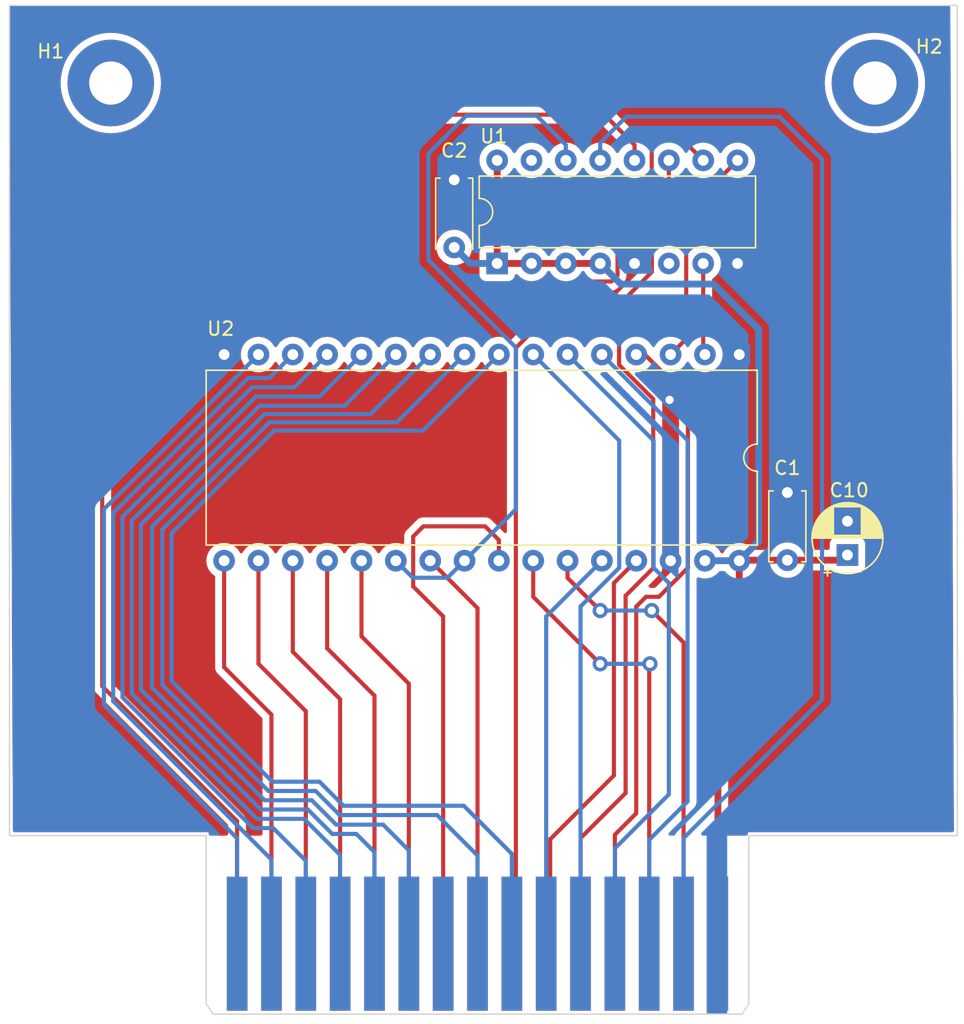
<source format=kicad_pcb>
(kicad_pcb (version 20221018) (generator pcbnew)
  (layers (0 "F.Cu" signal) (31 "B.Cu" signal) (34 "B.Paste" user) (35 "F.Paste" user) (36 "B.SilkS" user "B.Silkscreen") (37 "F.SilkS" user "F.Silkscreen") (38 "B.Mask" user) (39 "F.Mask" user) (44 "Edge.Cuts" user))
  (net 0 "")
  (net 1 "+5V")
  (net 2 "GNDD")
  (net 3 "/D2")
  (net 4 "/~{CS_hC000}")
  (net 5 "/D1")
  (net 6 "/D3")
  (net 7 "/D0")
  (net 8 "/D4")
  (net 9 "/A0")
  (net 10 "/D5")
  (net 11 "/A1")
  (net 12 "/D6")
  (net 13 "/A2")
  (net 14 "/D7")
  (net 15 "GND")
  (net 16 "/A11")
  (net 17 "/A3")
  (net 18 "/A10")
  (net 19 "/A4")
  (net 20 "/~{CS_h8000}")
  (net 21 "/A13")
  (net 22 "/A14")
  (net 23 "/A5")
  (net 24 "/~{CS_hA000}")
  (net 25 "/A6")
  (net 26 "/A12")
  (net 27 "/A7")
  (net 28 "/A9")
  (net 29 "/~{CS_hE000}")
  (net 30 "/A8")
  (net 32 "Net-(U1-S1)")
  (net 33 "Net-(U1-S0)")
  (net 34 "Net-(U1-GS)")
  (footprint "Capacitor_THT:C_Disc_D5.0mm_W2.5mm_P5.00mm" (layer "F.Cu") (at 160.401 96.48 90)
    (fp_text reference "C1" (at 6.818 0 180) (layer "F.SilkS"))
    (fp_text value "C")
    (fp_line (start -0.12 -1.37) (end -0.12 -1.055) (stroke (width 0.12)) (layer "F.SilkS"))
    (fp_line (start -0.12 -1.37) (end 5.12 -1.37) (stroke (width 0.12)) (layer "F.SilkS"))
    (fp_line (start -0.12 1.055) (end -0.12 1.37) (stroke (width 0.12)) (layer "F.SilkS"))
    (fp_line (start -0.12 1.37) (end 5.12 1.37) (stroke (width 0.12)) (layer "F.SilkS"))
    (fp_line (start 5.12 -1.37) (end 5.12 -1.055) (stroke (width 0.12)) (layer "F.SilkS"))
    (fp_line (start 5.12 1.055) (end 5.12 1.37) (stroke (width 0.12)) (layer "F.SilkS"))
    (pad "1" thru_hole circle (at 0 0 90) (size 1.6 1.6) (drill 0.8) (layers "*.Cu" "*.Mask") (net 1 "+5V"))
    (pad "2" thru_hole circle (at 5 0 90) (size 1.6 1.6) (drill 0.8) (layers "*.Cu" "*.Mask") (net 2 "GNDD"))
  )
  (footprint "Capacitor_THT:C_Disc_D5.0mm_W2.5mm_P5.00mm" (layer "F.Cu") (at 135.763 73.366 90)
    (fp_text reference "C2" (at 7.159 0 180) (layer "F.SilkS"))
    (fp_text value "C")
    (fp_line (start -0.12 -1.37) (end -0.12 -1.055) (stroke (width 0.12)) (layer "F.SilkS"))
    (fp_line (start -0.12 -1.37) (end 5.12 -1.37) (stroke (width 0.12)) (layer "F.SilkS"))
    (fp_line (start -0.12 1.055) (end -0.12 1.37) (stroke (width 0.12)) (layer "F.SilkS"))
    (fp_line (start -0.12 1.37) (end 5.12 1.37) (stroke (width 0.12)) (layer "F.SilkS"))
    (fp_line (start 5.12 -1.37) (end 5.12 -1.055) (stroke (width 0.12)) (layer "F.SilkS"))
    (fp_line (start 5.12 1.055) (end 5.12 1.37) (stroke (width 0.12)) (layer "F.SilkS"))
    (pad "1" thru_hole circle (at 0 0 90) (size 1.6 1.6) (drill 0.8) (layers "*.Cu" "*.Mask") (net 1 "+5V"))
    (pad "2" thru_hole circle (at 5 0 90) (size 1.6 1.6) (drill 0.8) (layers "*.Cu" "*.Mask") (net 2 "GNDD"))
  )
  (footprint "MountingHole:MountingHole_3.2mm_M3_Pad" (layer "F.Cu") (at 166.878 61.214)
    (fp_text reference "H2" (at 4.0132 -2.6924) (layer "F.SilkS"))
    (fp_text value "MountingHole")
    (pad "1" thru_hole circle (at 0 0) (size 6.4 6.4) (drill 3.2) (layers "*.Cu" "*.Mask"))
  )
  (footprint "Package_DIP:DIP-16_W7.62mm" (layer "F.Cu") (at 138.938 74.549 90)
    (fp_text reference "U1" (at 9.398 -0.254 180) (layer "F.SilkS"))
    (fp_text value "74LS148")
    (fp_line (start 1.16 -1.33) (end 1.16 19.11) (stroke (width 0.12)) (layer "F.SilkS"))
    (fp_line (start 1.16 19.11) (end 6.46 19.11) (stroke (width 0.12)) (layer "F.SilkS"))
    (fp_line (start 2.81 -1.33) (end 1.16 -1.33) (stroke (width 0.12)) (layer "F.SilkS"))
    (fp_line (start 6.46 -1.33) (end 4.81 -1.33) (stroke (width 0.12)) (layer "F.SilkS"))
    (fp_line (start 6.46 19.11) (end 6.46 -1.33) (stroke (width 0.12)) (layer "F.SilkS"))
    (fp_arc (start 4.81 -1.33) (mid 3.81 -0.33) (end 2.81 -1.33) (stroke (width 0.12)) (layer "F.SilkS"))
    (pad "1" thru_hole rect (at 0 0 90) (size 1.6 1.6) (drill 0.8) (layers "*.Cu" "*.Mask") (net 1 "+5V"))
    (pad "2" thru_hole oval (at 0 2.54 90) (size 1.6 1.6) (drill 0.8) (layers "*.Cu" "*.Mask") (net 1 "+5V"))
    (pad "3" thru_hole oval (at 0 5.08 90) (size 1.6 1.6) (drill 0.8) (layers "*.Cu" "*.Mask") (net 1 "+5V"))
    (pad "4" thru_hole oval (at 0 7.62 90) (size 1.6 1.6) (drill 0.8) (layers "*.Cu" "*.Mask") (net 1 "+5V"))
    (pad "5" thru_hole oval (at 0 10.16 90) (size 1.6 1.6) (drill 0.8) (layers "*.Cu" "*.Mask") (net 2 "GNDD"))
    (pad "6" thru_hole oval (at 0 12.7 90) (size 1.6 1.6) (drill 0.8) (layers "*.Cu" "*.Mask"))
    (pad "7" thru_hole oval (at 0 15.24 90) (size 1.6 1.6) (drill 0.8) (layers "*.Cu" "*.Mask") (net 32 "Net-(U1-S1)"))
    (pad "8" thru_hole oval (at 0 17.78 90) (size 1.6 1.6) (drill 0.8) (layers "*.Cu" "*.Mask") (net 2 "GNDD"))
    (pad "9" thru_hole oval (at 7.62 17.78 90) (size 1.6 1.6) (drill 0.8) (layers "*.Cu" "*.Mask") (net 33 "Net-(U1-S0)"))
    (pad "10" thru_hole oval (at 7.62 15.24 90) (size 1.6 1.6) (drill 0.8) (layers "*.Cu" "*.Mask") (net 20 "/~{CS_h8000}"))
    (pad "11" thru_hole oval (at 7.62 12.7 90) (size 1.6 1.6) (drill 0.8) (layers "*.Cu" "*.Mask") (net 24 "/~{CS_hA000}"))
    (pad "12" thru_hole oval (at 7.62 10.16 90) (size 1.6 1.6) (drill 0.8) (layers "*.Cu" "*.Mask") (net 4 "/~{CS_hC000}"))
    (pad "13" thru_hole oval (at 7.62 7.62 90) (size 1.6 1.6) (drill 0.8) (layers "*.Cu" "*.Mask") (net 29 "/~{CS_hE000}"))
    (pad "14" thru_hole oval (at 7.62 5.08 90) (size 1.6 1.6) (drill 0.8) (layers "*.Cu" "*.Mask") (net 34 "Net-(U1-GS)"))
    (pad "15" thru_hole oval (at 7.62 2.54 90) (size 1.6 1.6) (drill 0.8) (layers "*.Cu" "*.Mask"))
    (pad "16" thru_hole oval (at 7.62 0 90) (size 1.6 1.6) (drill 0.8) (layers "*.Cu" "*.Mask") (net 1 "+5V"))
  )
  (footprint "Package_DIP:DIP-32_W15.24mm" (layer "F.Cu") (at 156.845 81.28 -90)
    (fp_text reference "U2" (at -1.905 38.354) (layer "F.SilkS"))
    (fp_text value "SST39SF010")
    (fp_line (start 1.16 -1.33) (end 1.16 39.43) (stroke (width 0.12)) (layer "F.SilkS"))
    (fp_line (start 1.16 39.43) (end 14.08 39.43) (stroke (width 0.12)) (layer "F.SilkS"))
    (fp_line (start 6.62 -1.33) (end 1.16 -1.33) (stroke (width 0.12)) (layer "F.SilkS"))
    (fp_line (start 14.08 -1.33) (end 8.62 -1.33) (stroke (width 0.12)) (layer "F.SilkS"))
    (fp_line (start 14.08 39.43) (end 14.08 -1.33) (stroke (width 0.12)) (layer "F.SilkS"))
    (fp_arc (start 8.62 -1.33) (mid 7.62 -0.33) (end 6.62 -1.33) (stroke (width 0.12)) (layer "F.SilkS"))
    (pad "1" thru_hole rect (at 0 0 270) (size 1.6 1.6) (drill 0.8) (layers "*.Cu" "*.Mask") (net 2 "GNDD"))
    (pad "2" thru_hole oval (at 0 2.54 270) (size 1.6 1.6) (drill 0.8) (layers "*.Cu" "*.Mask") (net 32 "Net-(U1-S1)"))
    (pad "3" thru_hole oval (at 0 5.08 270) (size 1.6 1.6) (drill 0.8) (layers "*.Cu" "*.Mask") (net 33 "Net-(U1-S0)"))
    (pad "4" thru_hole oval (at 0 7.62 270) (size 1.6 1.6) (drill 0.8) (layers "*.Cu" "*.Mask") (net 26 "/A12"))
    (pad "5" thru_hole oval (at 0 10.16 270) (size 1.6 1.6) (drill 0.8) (layers "*.Cu" "*.Mask") (net 27 "/A7"))
    (pad "6" thru_hole oval (at 0 12.7 270) (size 1.6 1.6) (drill 0.8) (layers "*.Cu" "*.Mask") (net 25 "/A6"))
    (pad "7" thru_hole oval (at 0 15.24 270) (size 1.6 1.6) (drill 0.8) (layers "*.Cu" "*.Mask") (net 23 "/A5"))
    (pad "8" thru_hole oval (at 0 17.78 270) (size 1.6 1.6) (drill 0.8) (layers "*.Cu" "*.Mask") (net 19 "/A4"))
    (pad "9" thru_hole oval (at 0 20.32 270) (size 1.6 1.6) (drill 0.8) (layers "*.Cu" "*.Mask") (net 17 "/A3"))
    (pad "10" thru_hole oval (at 0 22.86 270) (size 1.6 1.6) (drill 0.8) (layers "*.Cu" "*.Mask") (net 13 "/A2"))
    (pad "11" thru_hole oval (at 0 25.4 270) (size 1.6 1.6) (drill 0.8) (layers "*.Cu" "*.Mask") (net 11 "/A1"))
    (pad "12" thru_hole oval (at 0 27.94 270) (size 1.6 1.6) (drill 0.8) (layers "*.Cu" "*.Mask") (net 9 "/A0"))
    (pad "13" thru_hole oval (at 0 30.48 270) (size 1.6 1.6) (drill 0.8) (layers "*.Cu" "*.Mask") (net 7 "/D0"))
    (pad "14" thru_hole oval (at 0 33.02 270) (size 1.6 1.6) (drill 0.8) (layers "*.Cu" "*.Mask") (net 5 "/D1"))
    (pad "15" thru_hole oval (at 0 35.56 270) (size 1.6 1.6) (drill 0.8) (layers "*.Cu" "*.Mask") (net 3 "/D2"))
    (pad "16" thru_hole oval (at 0 38.1 270) (size 1.6 1.6) (drill 0.8) (layers "*.Cu" "*.Mask") (net 2 "GNDD"))
    (pad "17" thru_hole oval (at 15.24 38.1 270) (size 1.6 1.6) (drill 0.8) (layers "*.Cu" "*.Mask") (net 6 "/D3"))
    (pad "18" thru_hole oval (at 15.24 35.56 270) (size 1.6 1.6) (drill 0.8) (layers "*.Cu" "*.Mask") (net 8 "/D4"))
    (pad "19" thru_hole oval (at 15.24 33.02 270) (size 1.6 1.6) (drill 0.8) (layers "*.Cu" "*.Mask") (net 10 "/D5"))
    (pad "20" thru_hole oval (at 15.24 30.48 270) (size 1.6 1.6) (drill 0.8) (layers "*.Cu" "*.Mask") (net 12 "/D6"))
    (pad "21" thru_hole oval (at 15.24 27.94 270) (size 1.6 1.6) (drill 0.8) (layers "*.Cu" "*.Mask") (net 14 "/D7"))
    (pad "22" thru_hole oval (at 15.24 25.4 270) (size 1.6 1.6) (drill 0.8) (layers "*.Cu" "*.Mask") (net 34 "Net-(U1-GS)"))
    (pad "23" thru_hole oval (at 15.24 22.86 270) (size 1.6 1.6) (drill 0.8) (layers "*.Cu" "*.Mask") (net 18 "/A10"))
    (pad "24" thru_hole oval (at 15.24 20.32 270) (size 1.6 1.6) (drill 0.8) (layers "*.Cu" "*.Mask") (net 34 "Net-(U1-GS)"))
    (pad "25" thru_hole oval (at 15.24 17.78 270) (size 1.6 1.6) (drill 0.8) (layers "*.Cu" "*.Mask") (net 16 "/A11"))
    (pad "26" thru_hole oval (at 15.24 15.24 270) (size 1.6 1.6) (drill 0.8) (layers "*.Cu" "*.Mask") (net 28 "/A9"))
    (pad "27" thru_hole oval (at 15.24 12.7 270) (size 1.6 1.6) (drill 0.8) (layers "*.Cu" "*.Mask") (net 30 "/A8"))
    (pad "28" thru_hole oval (at 15.24 10.16 270) (size 1.6 1.6) (drill 0.8) (layers "*.Cu" "*.Mask") (net 21 "/A13"))
    (pad "29" thru_hole oval (at 15.24 7.62 270) (size 1.6 1.6) (drill 0.8) (layers "*.Cu" "*.Mask") (net 22 "/A14"))
    (pad "30" thru_hole oval (at 15.24 5.08 270) (size 1.6 1.6) (drill 0.8) (layers "*.Cu" "*.Mask") (net 2 "GNDD"))
    (pad "31" thru_hole oval (at 15.24 2.54 270) (size 1.6 1.6) (drill 0.8) (layers "*.Cu" "*.Mask") (net 1 "+5V"))
    (pad "32" thru_hole oval (at 15.24 0 270) (size 1.6 1.6) (drill 0.8) (layers "*.Cu" "*.Mask") (net 1 "+5V"))
  )
  (footprint "Capacitor_THT:CP_Radial_D5.0mm_P2.50mm" (layer "F.Cu") (at 164.846 96.099 90)
    (fp_text reference "C10" (at 4.786 0.127 180) (layer "F.SilkS"))
    (fp_text value "C_Polarized")
    (fp_line (start -1.554775 -1.475) (end -1.054775 -1.475) (stroke (width 0.12)) (layer "F.SilkS"))
    (fp_line (start -1.304775 -1.725) (end -1.304775 -1.225) (stroke (width 0.12)) (layer "F.SilkS"))
    (fp_line (start 1.25 -2.58) (end 1.25 2.58) (stroke (width 0.12)) (layer "F.SilkS"))
    (fp_line (start 1.29 -2.58) (end 1.29 2.58) (stroke (width 0.12)) (layer "F.SilkS"))
    (fp_line (start 1.33 -2.579) (end 1.33 2.579) (stroke (width 0.12)) (layer "F.SilkS"))
    (fp_line (start 1.37 -2.578) (end 1.37 2.578) (stroke (width 0.12)) (layer "F.SilkS"))
    (fp_line (start 1.41 -2.576) (end 1.41 2.576) (stroke (width 0.12)) (layer "F.SilkS"))
    (fp_line (start 1.45 -2.573) (end 1.45 2.573) (stroke (width 0.12)) (layer "F.SilkS"))
    (fp_line (start 1.49 -2.569) (end 1.49 -1.04) (stroke (width 0.12)) (layer "F.SilkS"))
    (fp_line (start 1.49 1.04) (end 1.49 2.569) (stroke (width 0.12)) (layer "F.SilkS"))
    (fp_line (start 1.53 -2.565) (end 1.53 -1.04) (stroke (width 0.12)) (layer "F.SilkS"))
    (fp_line (start 1.53 1.04) (end 1.53 2.565) (stroke (width 0.12)) (layer "F.SilkS"))
    (fp_line (start 1.57 -2.561) (end 1.57 -1.04) (stroke (width 0.12)) (layer "F.SilkS"))
    (fp_line (start 1.57 1.04) (end 1.57 2.561) (stroke (width 0.12)) (layer "F.SilkS"))
    (fp_line (start 1.61 -2.556) (end 1.61 -1.04) (stroke (width 0.12)) (layer "F.SilkS"))
    (fp_line (start 1.61 1.04) (end 1.61 2.556) (stroke (width 0.12)) (layer "F.SilkS"))
    (fp_line (start 1.65 -2.55) (end 1.65 -1.04) (stroke (width 0.12)) (layer "F.SilkS"))
    (fp_line (start 1.65 1.04) (end 1.65 2.55) (stroke (width 0.12)) (layer "F.SilkS"))
    (fp_line (start 1.69 -2.543) (end 1.69 -1.04) (stroke (width 0.12)) (layer "F.SilkS"))
    (fp_line (start 1.69 1.04) (end 1.69 2.543) (stroke (width 0.12)) (layer "F.SilkS"))
    (fp_line (start 1.73 -2.536) (end 1.73 -1.04) (stroke (width 0.12)) (layer "F.SilkS"))
    (fp_line (start 1.73 1.04) (end 1.73 2.536) (stroke (width 0.12)) (layer "F.SilkS"))
    (fp_line (start 1.77 -2.528) (end 1.77 -1.04) (stroke (width 0.12)) (layer "F.SilkS"))
    (fp_line (start 1.77 1.04) (end 1.77 2.528) (stroke (width 0.12)) (layer "F.SilkS"))
    (fp_line (start 1.81 -2.52) (end 1.81 -1.04) (stroke (width 0.12)) (layer "F.SilkS"))
    (fp_line (start 1.81 1.04) (end 1.81 2.52) (stroke (width 0.12)) (layer "F.SilkS"))
    (fp_line (start 1.85 -2.511) (end 1.85 -1.04) (stroke (width 0.12)) (layer "F.SilkS"))
    (fp_line (start 1.85 1.04) (end 1.85 2.511) (stroke (width 0.12)) (layer "F.SilkS"))
    (fp_line (start 1.89 -2.501) (end 1.89 -1.04) (stroke (width 0.12)) (layer "F.SilkS"))
    (fp_line (start 1.89 1.04) (end 1.89 2.501) (stroke (width 0.12)) (layer "F.SilkS"))
    (fp_line (start 1.93 -2.491) (end 1.93 -1.04) (stroke (width 0.12)) (layer "F.SilkS"))
    (fp_line (start 1.93 1.04) (end 1.93 2.491) (stroke (width 0.12)) (layer "F.SilkS"))
    (fp_line (start 1.971 -2.48) (end 1.971 -1.04) (stroke (width 0.12)) (layer "F.SilkS"))
    (fp_line (start 1.971 1.04) (end 1.971 2.48) (stroke (width 0.12)) (layer "F.SilkS"))
    (fp_line (start 2.011 -2.468) (end 2.011 -1.04) (stroke (width 0.12)) (layer "F.SilkS"))
    (fp_line (start 2.011 1.04) (end 2.011 2.468) (stroke (width 0.12)) (layer "F.SilkS"))
    (fp_line (start 2.051 -2.455) (end 2.051 -1.04) (stroke (width 0.12)) (layer "F.SilkS"))
    (fp_line (start 2.051 1.04) (end 2.051 2.455) (stroke (width 0.12)) (layer "F.SilkS"))
    (fp_line (start 2.091 -2.442) (end 2.091 -1.04) (stroke (width 0.12)) (layer "F.SilkS"))
    (fp_line (start 2.091 1.04) (end 2.091 2.442) (stroke (width 0.12)) (layer "F.SilkS"))
    (fp_line (start 2.131 -2.428) (end 2.131 -1.04) (stroke (width 0.12)) (layer "F.SilkS"))
    (fp_line (start 2.131 1.04) (end 2.131 2.428) (stroke (width 0.12)) (layer "F.SilkS"))
    (fp_line (start 2.171 -2.414) (end 2.171 -1.04) (stroke (width 0.12)) (layer "F.SilkS"))
    (fp_line (start 2.171 1.04) (end 2.171 2.414) (stroke (width 0.12)) (layer "F.SilkS"))
    (fp_line (start 2.211 -2.398) (end 2.211 -1.04) (stroke (width 0.12)) (layer "F.SilkS"))
    (fp_line (start 2.211 1.04) (end 2.211 2.398) (stroke (width 0.12)) (layer "F.SilkS"))
    (fp_line (start 2.251 -2.382) (end 2.251 -1.04) (stroke (width 0.12)) (layer "F.SilkS"))
    (fp_line (start 2.251 1.04) (end 2.251 2.382) (stroke (width 0.12)) (layer "F.SilkS"))
    (fp_line (start 2.291 -2.365) (end 2.291 -1.04) (stroke (width 0.12)) (layer "F.SilkS"))
    (fp_line (start 2.291 1.04) (end 2.291 2.365) (stroke (width 0.12)) (layer "F.SilkS"))
    (fp_line (start 2.331 -2.348) (end 2.331 -1.04) (stroke (width 0.12)) (layer "F.SilkS"))
    (fp_line (start 2.331 1.04) (end 2.331 2.348) (stroke (width 0.12)) (layer "F.SilkS"))
    (fp_line (start 2.371 -2.329) (end 2.371 -1.04) (stroke (width 0.12)) (layer "F.SilkS"))
    (fp_line (start 2.371 1.04) (end 2.371 2.329) (stroke (width 0.12)) (layer "F.SilkS"))
    (fp_line (start 2.411 -2.31) (end 2.411 -1.04) (stroke (width 0.12)) (layer "F.SilkS"))
    (fp_line (start 2.411 1.04) (end 2.411 2.31) (stroke (width 0.12)) (layer "F.SilkS"))
    (fp_line (start 2.451 -2.29) (end 2.451 -1.04) (stroke (width 0.12)) (layer "F.SilkS"))
    (fp_line (start 2.451 1.04) (end 2.451 2.29) (stroke (width 0.12)) (layer "F.SilkS"))
    (fp_line (start 2.491 -2.268) (end 2.491 -1.04) (stroke (width 0.12)) (layer "F.SilkS"))
    (fp_line (start 2.491 1.04) (end 2.491 2.268) (stroke (width 0.12)) (layer "F.SilkS"))
    (fp_line (start 2.531 -2.247) (end 2.531 -1.04) (stroke (width 0.12)) (layer "F.SilkS"))
    (fp_line (start 2.531 1.04) (end 2.531 2.247) (stroke (width 0.12)) (layer "F.SilkS"))
    (fp_line (start 2.571 -2.224) (end 2.571 -1.04) (stroke (width 0.12)) (layer "F.SilkS"))
    (fp_line (start 2.571 1.04) (end 2.571 2.224) (stroke (width 0.12)) (layer "F.SilkS"))
    (fp_line (start 2.611 -2.2) (end 2.611 -1.04) (stroke (width 0.12)) (layer "F.SilkS"))
    (fp_line (start 2.611 1.04) (end 2.611 2.2) (stroke (width 0.12)) (layer "F.SilkS"))
    (fp_line (start 2.651 -2.175) (end 2.651 -1.04) (stroke (width 0.12)) (layer "F.SilkS"))
    (fp_line (start 2.651 1.04) (end 2.651 2.175) (stroke (width 0.12)) (layer "F.SilkS"))
    (fp_line (start 2.691 -2.149) (end 2.691 -1.04) (stroke (width 0.12)) (layer "F.SilkS"))
    (fp_line (start 2.691 1.04) (end 2.691 2.149) (stroke (width 0.12)) (layer "F.SilkS"))
    (fp_line (start 2.731 -2.122) (end 2.731 -1.04) (stroke (width 0.12)) (layer "F.SilkS"))
    (fp_line (start 2.731 1.04) (end 2.731 2.122) (stroke (width 0.12)) (layer "F.SilkS"))
    (fp_line (start 2.771 -2.095) (end 2.771 -1.04) (stroke (width 0.12)) (layer "F.SilkS"))
    (fp_line (start 2.771 1.04) (end 2.771 2.095) (stroke (width 0.12)) (layer "F.SilkS"))
    (fp_line (start 2.811 -2.065) (end 2.811 -1.04) (stroke (width 0.12)) (layer "F.SilkS"))
    (fp_line (start 2.811 1.04) (end 2.811 2.065) (stroke (width 0.12)) (layer "F.SilkS"))
    (fp_line (start 2.851 -2.035) (end 2.851 -1.04) (stroke (width 0.12)) (layer "F.SilkS"))
    (fp_line (start 2.851 1.04) (end 2.851 2.035) (stroke (width 0.12)) (layer "F.SilkS"))
    (fp_line (start 2.891 -2.004) (end 2.891 -1.04) (stroke (width 0.12)) (layer "F.SilkS"))
    (fp_line (start 2.891 1.04) (end 2.891 2.004) (stroke (width 0.12)) (layer "F.SilkS"))
    (fp_line (start 2.931 -1.971) (end 2.931 -1.04) (stroke (width 0.12)) (layer "F.SilkS"))
    (fp_line (start 2.931 1.04) (end 2.931 1.971) (stroke (width 0.12)) (layer "F.SilkS"))
    (fp_line (start 2.971 -1.937) (end 2.971 -1.04) (stroke (width 0.12)) (layer "F.SilkS"))
    (fp_line (start 2.971 1.04) (end 2.971 1.937) (stroke (width 0.12)) (layer "F.SilkS"))
    (fp_line (start 3.011 -1.901) (end 3.011 -1.04) (stroke (width 0.12)) (layer "F.SilkS"))
    (fp_line (start 3.011 1.04) (end 3.011 1.901) (stroke (width 0.12)) (layer "F.SilkS"))
    (fp_line (start 3.051 -1.864) (end 3.051 -1.04) (stroke (width 0.12)) (layer "F.SilkS"))
    (fp_line (start 3.051 1.04) (end 3.051 1.864) (stroke (width 0.12)) (layer "F.SilkS"))
    (fp_line (start 3.091 -1.826) (end 3.091 -1.04) (stroke (width 0.12)) (layer "F.SilkS"))
    (fp_line (start 3.091 1.04) (end 3.091 1.826) (stroke (width 0.12)) (layer "F.SilkS"))
    (fp_line (start 3.131 -1.785) (end 3.131 -1.04) (stroke (width 0.12)) (layer "F.SilkS"))
    (fp_line (start 3.131 1.04) (end 3.131 1.785) (stroke (width 0.12)) (layer "F.SilkS"))
    (fp_line (start 3.171 -1.743) (end 3.171 -1.04) (stroke (width 0.12)) (layer "F.SilkS"))
    (fp_line (start 3.171 1.04) (end 3.171 1.743) (stroke (width 0.12)) (layer "F.SilkS"))
    (fp_line (start 3.211 -1.699) (end 3.211 -1.04) (stroke (width 0.12)) (layer "F.SilkS"))
    (fp_line (start 3.211 1.04) (end 3.211 1.699) (stroke (width 0.12)) (layer "F.SilkS"))
    (fp_line (start 3.251 -1.653) (end 3.251 -1.04) (stroke (width 0.12)) (layer "F.SilkS"))
    (fp_line (start 3.251 1.04) (end 3.251 1.653) (stroke (width 0.12)) (layer "F.SilkS"))
    (fp_line (start 3.291 -1.605) (end 3.291 -1.04) (stroke (width 0.12)) (layer "F.SilkS"))
    (fp_line (start 3.291 1.04) (end 3.291 1.605) (stroke (width 0.12)) (layer "F.SilkS"))
    (fp_line (start 3.331 -1.554) (end 3.331 -1.04) (stroke (width 0.12)) (layer "F.SilkS"))
    (fp_line (start 3.331 1.04) (end 3.331 1.554) (stroke (width 0.12)) (layer "F.SilkS"))
    (fp_line (start 3.371 -1.5) (end 3.371 -1.04) (stroke (width 0.12)) (layer "F.SilkS"))
    (fp_line (start 3.371 1.04) (end 3.371 1.5) (stroke (width 0.12)) (layer "F.SilkS"))
    (fp_line (start 3.411 -1.443) (end 3.411 -1.04) (stroke (width 0.12)) (layer "F.SilkS"))
    (fp_line (start 3.411 1.04) (end 3.411 1.443) (stroke (width 0.12)) (layer "F.SilkS"))
    (fp_line (start 3.451 -1.383) (end 3.451 -1.04) (stroke (width 0.12)) (layer "F.SilkS"))
    (fp_line (start 3.451 1.04) (end 3.451 1.383) (stroke (width 0.12)) (layer "F.SilkS"))
    (fp_line (start 3.491 -1.319) (end 3.491 -1.04) (stroke (width 0.12)) (layer "F.SilkS"))
    (fp_line (start 3.491 1.04) (end 3.491 1.319) (stroke (width 0.12)) (layer "F.SilkS"))
    (fp_line (start 3.531 -1.251) (end 3.531 -1.04) (stroke (width 0.12)) (layer "F.SilkS"))
    (fp_line (start 3.531 1.04) (end 3.531 1.251) (stroke (width 0.12)) (layer "F.SilkS"))
    (fp_line (start 3.571 -1.178) (end 3.571 1.178) (stroke (width 0.12)) (layer "F.SilkS"))
    (fp_line (start 3.611 -1.098) (end 3.611 1.098) (stroke (width 0.12)) (layer "F.SilkS"))
    (fp_line (start 3.651 -1.011) (end 3.651 1.011) (stroke (width 0.12)) (layer "F.SilkS"))
    (fp_line (start 3.691 -0.915) (end 3.691 0.915) (stroke (width 0.12)) (layer "F.SilkS"))
    (fp_line (start 3.731 -0.805) (end 3.731 0.805) (stroke (width 0.12)) (layer "F.SilkS"))
    (fp_line (start 3.771 -0.677) (end 3.771 0.677) (stroke (width 0.12)) (layer "F.SilkS"))
    (fp_line (start 3.811 -0.518) (end 3.811 0.518) (stroke (width 0.12)) (layer "F.SilkS"))
    (fp_line (start 3.851 -0.284) (end 3.851 0.284) (stroke (width 0.12)) (layer "F.SilkS"))
    (fp_circle (center 1.25 0) (end 3.87 0) (stroke (width 0.12)) (fill none) (layer "F.SilkS"))
    (pad "1" thru_hole rect (at 0 0 90) (size 1.6 1.6) (drill 0.8) (layers "*.Cu" "*.Mask") (net 1 "+5V"))
    (pad "2" thru_hole circle (at 2.5 0 90) (size 1.6 1.6) (drill 0.8) (layers "*.Cu" "*.Mask") (net 2 "GNDD"))
  )
  (footprint "Connector_PCBEdge_EXT:Colecovision_Cartridge" (layer "F.Cu") (at 115.895 126.729)
    (fp_text reference "J1" hide)
    (fp_text value "Conn_02x15_Odd_Even")
    (fp_line (start 1.524 2.54) (end 1.524 -6.858) (stroke (width 0.1)) (layer "Edge.Cuts"))
    (fp_line (start 2.032 3.302) (end 1.524 2.54) (stroke (width 0.1)) (layer "Edge.Cuts"))
    (fp_line (start 41.148 3.302) (end 2.032 3.302) (stroke (width 0.1)) (layer "Edge.Cuts"))
    (fp_line (start 41.656 -6.858) (end 41.656 2.54) (stroke (width 0.1)) (layer "Edge.Cuts"))
    (fp_line (start 41.656 2.54) (end 41.148 3.302) (stroke (width 0.1)) (layer "Edge.Cuts"))
    (pad "1" connect rect (at 3.81 -1.905) (size 1.524 9.906) (layers "B.Cu" "B.Mask") (net 3 "/D2"))
    (pad "2" connect rect (at 3.81 -1.905) (size 1.524 9.906) (layers "F.Cu" "F.Mask") (net 4 "/~{CS_hC000}"))
    (pad "3" connect rect (at 6.35 -1.905) (size 1.524 9.906) (layers "B.Cu" "B.Mask") (net 5 "/D1"))
    (pad "4" connect rect (at 6.35 -1.905) (size 1.524 9.906) (layers "F.Cu" "F.Mask") (net 6 "/D3"))
    (pad "5" connect rect (at 8.89 -1.905) (size 1.524 9.906) (layers "B.Cu" "B.Mask") (net 7 "/D0"))
    (pad "6" connect rect (at 8.89 -1.905) (size 1.524 9.906) (layers "F.Cu" "F.Mask") (net 8 "/D4"))
    (pad "7" connect rect (at 11.43 -1.905) (size 1.524 9.906) (layers "B.Cu" "B.Mask") (net 9 "/A0"))
    (pad "8" connect rect (at 11.43 -1.905) (size 1.524 9.906) (layers "F.Cu" "F.Mask") (net 10 "/D5"))
    (pad "9" connect rect (at 13.97 -1.905) (size 1.524 9.906) (layers "B.Cu" "B.Mask") (net 11 "/A1"))
    (pad "10" connect rect (at 13.97 -1.905) (size 1.524 9.906) (layers "F.Cu" "F.Mask") (net 12 "/D6"))
    (pad "11" connect rect (at 16.51 -1.905) (size 1.524 9.906) (layers "B.Cu" "B.Mask") (net 13 "/A2"))
    (pad "12" connect rect (at 16.51 -1.905) (size 1.524 9.906) (layers "F.Cu" "F.Mask") (net 14 "/D7"))
    (pad "13" connect rect (at 19.05 -1.905) (size 1.524 9.906) (layers "B.Cu" "B.Mask") (net 15 "GND"))
    (pad "14" connect rect (at 19.05 -1.905) (size 1.524 9.906) (layers "F.Cu" "F.Mask") (net 16 "/A11"))
    (pad "15" connect rect (at 21.59 -1.905) (size 1.524 9.906) (layers "B.Cu" "B.Mask") (net 17 "/A3"))
    (pad "16" connect rect (at 21.59 -1.905) (size 1.524 9.906) (layers "F.Cu" "F.Mask") (net 18 "/A10"))
    (pad "17" connect rect (at 24.13 -1.905) (size 1.524 9.906) (layers "B.Cu" "B.Mask") (net 19 "/A4"))
    (pad "18" connect rect (at 24.13 -1.905) (size 1.524 9.906) (layers "F.Cu" "F.Mask") (net 20 "/~{CS_h8000}"))
    (pad "19" connect rect (at 26.67 -1.905) (size 1.524 9.906) (layers "B.Cu" "B.Mask") (net 21 "/A13"))
    (pad "20" connect rect (at 26.67 -1.905) (size 1.524 9.906) (layers "F.Cu" "F.Mask") (net 22 "/A14"))
    (pad "21" connect rect (at 29.21 -1.905) (size 1.524 9.906) (layers "B.Cu" "B.Mask") (net 23 "/A5"))
    (pad "22" connect rect (at 29.21 -1.905) (size 1.524 9.906) (layers "F.Cu" "F.Mask") (net 24 "/~{CS_hA000}"))
    (pad "23" connect rect (at 31.75 -1.905) (size 1.524 9.906) (layers "B.Cu" "B.Mask") (net 25 "/A6"))
    (pad "24" connect rect (at 31.75 -1.905) (size 1.524 9.906) (layers "F.Cu" "F.Mask") (net 26 "/A12"))
    (pad "25" connect rect (at 34.29 -1.905) (size 1.524 9.906) (layers "B.Cu" "B.Mask") (net 27 "/A7"))
    (pad "26" connect rect (at 34.29 -1.905) (size 1.524 9.906) (layers "F.Cu" "F.Mask") (net 28 "/A9"))
    (pad "27" connect rect (at 36.83 -1.905) (size 1.524 9.906) (layers "B.Cu" "B.Mask") (net 29 "/~{CS_hE000}"))
    (pad "28" connect rect (at 36.83 -1.905) (size 1.524 9.906) (layers "F.Cu" "F.Mask") (net 30 "/A8"))
    (pad "29" connect rect (at 39.37 -1.905) (size 1.524 9.906) (layers "B.Cu" "B.Mask") (net 2 "GNDD"))
    (pad "30" connect rect (at 39.37 -1.905) (size 1.524 9.906) (layers "F.Cu" "F.Mask") (net 1 "+5V"))
  )
  (footprint "MountingHole:MountingHole_3.2mm_M3_Pad" (layer "F.Cu") (at 110.363 61.214)
    (fp_text reference "H1" (at -4.445 -2.3368) (layer "F.SilkS"))
    (fp_text value "MountingHole")
    (pad "1" thru_hole circle (at 0 0) (size 6.4 6.4) (drill 3.2) (layers "*.Cu" "*.Mask"))
  )
  (gr_line (start 172.974 116.84) (end 172.974 55.4736) (stroke (width 0.1)) (layer "Edge.Cuts"))
  (gr_line (start 102.87 55.4736) (end 102.87 116.84) (stroke (width 0.1)) (layer "Edge.Cuts"))
  (gr_line (start 117.419 119.871) (end 117.419 116.84) (stroke (width 0.1)) (layer "Edge.Cuts"))
  (gr_line (start 172.974 55.4736) (end 102.87 55.4736) (stroke (width 0.1)) (layer "Edge.Cuts"))
  (gr_line (start 157.551371 116.84) (end 172.974 116.84) (stroke (width 0.1)) (layer "Edge.Cuts"))
  (gr_line (start 157.551 119.871) (end 157.551371 116.84) (stroke (width 0.1)) (layer "Edge.Cuts"))
  (gr_line (start 117.417373 116.84) (end 102.87 116.84) (stroke (width 0.1)) (layer "Edge.Cuts"))
  (segment (start 160.401 96.48) (end 164.465 96.48) (width 0.508) (layer "F.Cu") (net 1))
  (segment (start 156.845 110.49) (end 156.845 96.52) (width 0.508) (layer "F.Cu") (net 1))
  (segment (start 156.885 96.48) (end 156.845 96.52) (width 0.508) (layer "F.Cu") (net 1))
  (segment (start 155.265 124.824) (end 155.265 112.07) (width 0.508) (layer "F.Cu") (net 1))
  (segment (start 155.265 112.07) (end 156.845 110.49) (width 0.508) (layer "F.Cu") (net 1))
  (segment (start 138.938 74.549) (end 146.558 74.549) (width 0.508) (layer "F.Cu") (net 1))
  (segment (start 138.938 74.549) (end 138.938 66.929) (width 0.508) (layer "F.Cu") (net 1))
  (segment (start 164.465 96.48) (end 164.846 96.099) (width 0.508) (layer "F.Cu") (net 1))
  (segment (start 160.401 96.48) (end 156.885 96.48) (width 0.508) (layer "F.Cu") (net 1))
  (segment (start 136.946 74.549) (end 135.763 73.366) (width 0.508) (layer "B.Cu") (net 1))
  (segment (start 158.28 95.085) (end 158.28 79.413) (width 0.508) (layer "B.Cu") (net 1))
  (segment (start 156.845 96.52) (end 154.305 96.52) (width 0.508) (layer "B.Cu") (net 1))
  (segment (start 158.28 79.413) (end 154.94 76.073) (width 0.508) (layer "B.Cu") (net 1))
  (segment (start 148.082 76.073) (end 146.558 74.549) (width 0.508) (layer "B.Cu") (net 1))
  (segment (start 156.845 96.52) (end 158.28 95.085) (width 0.508) (layer "B.Cu") (net 1))
  (segment (start 154.94 76.073) (end 148.082 76.073) (width 0.508) (layer "B.Cu") (net 1))
  (segment (start 138.938 74.549) (end 136.946 74.549) (width 0.508) (layer "B.Cu") (net 1))
  (via (at 151.6888 84.6328) (size 1.1176) (drill 0.6096) (layers "F.Cu" "B.Cu") (net 2))
  (segment (start 109.855 92.71) (end 121.285 81.28) (width 0.3048) (layer "B.Cu") (net 3))
  (segment (start 119.705 124.824) (end 119.705 117.038) (width 0.3048) (layer "B.Cu") (net 3))
  (segment (start 109.855 107.188) (end 109.855 92.71) (width 0.3048) (layer "B.Cu") (net 3))
  (segment (start 119.705 117.038) (end 109.855 107.188) (width 0.3048) (layer "B.Cu") (net 3))
  (segment (start 109.728 105.791) (end 109.728 83.4644) (width 0.3048) (layer "F.Cu") (net 4))
  (segment (start 146.8628 63.5508) (end 149.098 65.786) (width 0.3048) (layer "F.Cu") (net 4))
  (segment (start 129.6416 63.5508) (end 146.8628 63.5508) (width 0.3048) (layer "F.Cu") (net 4))
  (segment (start 119.705 124.824) (end 119.705 115.768) (width 0.3048) (layer "F.Cu") (net 4))
  (segment (start 109.728 83.4644) (end 129.6416 63.5508) (width 0.3048) (layer "F.Cu") (net 4))
  (segment (start 149.098 65.786) (end 149.098 66.929) (width 0.3048) (layer "F.Cu") (net 4))
  (segment (start 119.705 115.768) (end 109.728 105.791) (width 0.3048) (layer "F.Cu") (net 4))
  (segment (start 110.5408 92.994068) (end 120.521468 83.0134) (width 0.3048) (layer "B.Cu") (net 5))
  (segment (start 122.245 118.608132) (end 110.5408 106.903932) (width 0.3048) (layer "B.Cu") (net 5))
  (segment (start 122.0916 83.0134) (end 123.825 81.28) (width 0.3048) (layer "B.Cu") (net 5))
  (segment (start 110.5408 106.903932) (end 110.5408 92.994068) (width 0.3048) (layer "B.Cu") (net 5))
  (segment (start 122.245 124.824) (end 122.245 118.608132) (width 0.3048) (layer "B.Cu") (net 5))
  (segment (start 120.521468 83.0134) (end 122.0916 83.0134) (width 0.3048) (layer "B.Cu") (net 5))
  (segment (start 122.245 124.824) (end 122.245 107.894) (width 0.3048) (layer "F.Cu") (net 6))
  (segment (start 118.745 104.394) (end 118.745 96.52) (width 0.3048) (layer "F.Cu") (net 6))
  (segment (start 122.245 107.894) (end 118.745 104.394) (width 0.3048) (layer "F.Cu") (net 6))
  (segment (start 124.785 118.689) (end 122.3772 116.2812) (width 0.3048) (layer "B.Cu") (net 7))
  (segment (start 111.2266 106.619864) (end 111.2266 93.278136) (width 0.3048) (layer "B.Cu") (net 7))
  (segment (start 123.9458 83.6992) (end 126.365 81.28) (width 0.3048) (layer "B.Cu") (net 7))
  (segment (start 111.2266 93.278136) (end 120.805536 83.6992) (width 0.3048) (layer "B.Cu") (net 7))
  (segment (start 120.887936 116.2812) (end 111.2266 106.619864) (width 0.3048) (layer "B.Cu") (net 7))
  (segment (start 120.805536 83.6992) (end 123.9458 83.6992) (width 0.3048) (layer "B.Cu") (net 7))
  (segment (start 124.785 124.824) (end 124.785 118.689) (width 0.3048) (layer "B.Cu") (net 7))
  (segment (start 122.3772 116.2812) (end 120.887936 116.2812) (width 0.3048) (layer "B.Cu") (net 7))
  (segment (start 121.285 104.14) (end 121.285 96.52) (width 0.3048) (layer "F.Cu") (net 8))
  (segment (start 124.785 124.824) (end 124.785 107.64) (width 0.3048) (layer "F.Cu") (net 8))
  (segment (start 124.785 107.64) (end 121.285 104.14) (width 0.3048) (layer "F.Cu") (net 8))
  (segment (start 121.172004 115.5954) (end 111.9124 106.335796) (width 0.3048) (layer "B.Cu") (net 9))
  (segment (start 127.325 118.261868) (end 124.658532 115.5954) (width 0.3048) (layer "B.Cu") (net 9))
  (segment (start 111.9124 93.562204) (end 121.089604 84.385) (width 0.3048) (layer "B.Cu") (net 9))
  (segment (start 111.9124 106.335796) (end 111.9124 93.562204) (width 0.3048) (layer "B.Cu") (net 9))
  (segment (start 124.658532 115.5954) (end 121.172004 115.5954) (width 0.3048) (layer "B.Cu") (net 9))
  (segment (start 127.325 124.824) (end 127.325 118.261868) (width 0.3048) (layer "B.Cu") (net 9))
  (segment (start 121.089604 84.385) (end 125.8 84.385) (width 0.3048) (layer "B.Cu") (net 9))
  (segment (start 125.8 84.385) (end 128.905 81.28) (width 0.3048) (layer "B.Cu") (net 9))
  (segment (start 123.825 103.251) (end 123.825 96.52) (width 0.3048) (layer "F.Cu") (net 10))
  (segment (start 127.325 124.824) (end 127.325 106.751) (width 0.3048) (layer "F.Cu") (net 10))
  (segment (start 127.325 106.751) (end 123.825 103.251) (width 0.3048) (layer "F.Cu") (net 10))
  (segment (start 112.5982 93.846272) (end 121.373672 85.0708) (width 0.3048) (layer "B.Cu") (net 11))
  (segment (start 126.746 116.713) (end 124.9426 114.9096) (width 0.3048) (layer "B.Cu") (net 11))
  (segment (start 127.6542 85.0708) (end 131.445 81.28) (width 0.3048) (layer "B.Cu") (net 11))
  (segment (start 128.524 116.713) (end 126.746 116.713) (width 0.3048) (layer "B.Cu") (net 11))
  (segment (start 124.9426 114.9096) (end 121.456072 114.9096) (width 0.3048) (layer "B.Cu") (net 11))
  (segment (start 121.373672 85.0708) (end 127.6542 85.0708) (width 0.3048) (layer "B.Cu") (net 11))
  (segment (start 112.5982 106.051728) (end 112.5982 93.846272) (width 0.3048) (layer "B.Cu") (net 11))
  (segment (start 121.456072 114.9096) (end 112.5982 106.051728) (width 0.3048) (layer "B.Cu") (net 11))
  (segment (start 129.865 124.824) (end 129.865 118.054) (width 0.3048) (layer "B.Cu") (net 11))
  (segment (start 129.865 118.054) (end 128.524 116.713) (width 0.3048) (layer "B.Cu") (net 11))
  (segment (start 129.865 124.824) (end 129.865 106.497) (width 0.3048) (layer "F.Cu") (net 12))
  (segment (start 129.865 106.497) (end 126.365 102.997) (width 0.3048) (layer "F.Cu") (net 12))
  (segment (start 126.365 102.997) (end 126.365 96.52) (width 0.3048) (layer "F.Cu") (net 12))
  (segment (start 121.74014 114.2238) (end 113.411 105.89466) (width 0.3048) (layer "B.Cu") (net 13))
  (segment (start 129.5846 85.6804) (end 133.985 81.28) (width 0.3048) (layer "B.Cu") (net 13))
  (segment (start 113.411 94.00334) (end 121.73394 85.6804) (width 0.3048) (layer "B.Cu") (net 13))
  (segment (start 132.405 124.824) (end 132.405 117.927) (width 0.3048) (layer "B.Cu") (net 13))
  (segment (start 132.405 117.927) (end 130.5052 116.0272) (width 0.3048) (layer "B.Cu") (net 13))
  (segment (start 125.226668 114.2238) (end 121.74014 114.2238) (width 0.3048) (layer "B.Cu") (net 13))
  (segment (start 113.411 105.89466) (end 113.411 94.00334) (width 0.3048) (layer "B.Cu") (net 13))
  (segment (start 127.030068 116.0272) (end 125.226668 114.2238) (width 0.3048) (layer "B.Cu") (net 13))
  (segment (start 121.73394 85.6804) (end 129.5846 85.6804) (width 0.3048) (layer "B.Cu") (net 13))
  (segment (start 130.5052 116.0272) (end 127.030068 116.0272) (width 0.3048) (layer "B.Cu") (net 13))
  (segment (start 128.905 102.108) (end 128.905 96.52) (width 0.3048) (layer "F.Cu") (net 14))
  (segment (start 132.405 124.824) (end 132.405 105.608) (width 0.3048) (layer "F.Cu") (net 14))
  (segment (start 132.405 105.608) (end 128.905 102.108) (width 0.3048) (layer "F.Cu") (net 14))
  (segment (start 138.049 93.98) (end 139.065 94.996) (width 0.3048) (layer "F.Cu") (net 16))
  (segment (start 132.7278 98.4228) (end 132.7278 94.7292) (width 0.3048) (layer "F.Cu") (net 16))
  (segment (start 133.477 93.98) (end 138.049 93.98) (width 0.3048) (layer "F.Cu") (net 16))
  (segment (start 139.065 94.996) (end 139.065 96.52) (width 0.3048) (layer "F.Cu") (net 16))
  (segment (start 134.945 100.64) (end 132.7278 98.4228) (width 0.3048) (layer "F.Cu") (net 16))
  (segment (start 134.945 124.824) (end 134.945 100.64) (width 0.3048) (layer "F.Cu") (net 16))
  (segment (start 132.7278 94.7292) (end 133.477 93.98) (width 0.3048) (layer "F.Cu") (net 16))
  (segment (start 122.094208 86.29) (end 131.515 86.29) (width 0.3048) (layer "B.Cu") (net 17))
  (segment (start 114.173 94.211208) (end 122.094208 86.29) (width 0.3048) (layer "B.Cu") (net 17))
  (segment (start 125.510736 113.538) (end 122.024208 113.538) (width 0.3048) (layer "B.Cu") (net 17))
  (segment (start 122.024208 113.538) (end 114.173 105.686792) (width 0.3048) (layer "B.Cu") (net 17))
  (segment (start 137.485 124.824) (end 137.485 118.308) (width 0.3048) (layer "B.Cu") (net 17))
  (segment (start 114.173 105.686792) (end 114.173 94.211208) (width 0.3048) (layer "B.Cu") (net 17))
  (segment (start 131.515 86.29) (end 136.525 81.28) (width 0.3048) (layer "B.Cu") (net 17))
  (segment (start 137.485 118.308) (end 134.493 115.316) (width 0.3048) (layer "B.Cu") (net 17))
  (segment (start 127.288736 115.316) (end 125.510736 113.538) (width 0.3048) (layer "B.Cu") (net 17))
  (segment (start 134.493 115.316) (end 127.288736 115.316) (width 0.3048) (layer "B.Cu") (net 17))
  (segment (start 137.485 100.02) (end 137.485 124.824) (width 0.3048) (layer "F.Cu") (net 18))
  (segment (start 133.985 96.52) (end 137.485 100.02) (width 0.3048) (layer "F.Cu") (net 18))
  (segment (start 133.4454 86.8996) (end 139.065 81.28) (width 0.3048) (layer "B.Cu") (net 19))
  (segment (start 140.025 124.824) (end 140.025 118.181) (width 0.3048) (layer "B.Cu") (net 19))
  (segment (start 122.308276 112.8522) (end 114.8588 105.402724) (width 0.3048) (layer "B.Cu") (net 19))
  (segment (start 125.794804 112.8522) (end 122.308276 112.8522) (width 0.3048) (layer "B.Cu") (net 19))
  (segment (start 136.4742 114.6302) (end 127.572804 114.6302) (width 0.3048) (layer "B.Cu") (net 19))
  (segment (start 140.025 118.181) (end 136.4742 114.6302) (width 0.3048) (layer "B.Cu") (net 19))
  (segment (start 127.572804 114.6302) (end 125.794804 112.8522) (width 0.3048) (layer "B.Cu") (net 19))
  (segment (start 114.8588 94.495276) (end 122.454476 86.8996) (width 0.3048) (layer "B.Cu") (net 19))
  (segment (start 122.454476 86.8996) (end 133.4454 86.8996) (width 0.3048) (layer "B.Cu") (net 19))
  (segment (start 114.8588 105.402724) (end 114.8588 94.495276) (width 0.3048) (layer "B.Cu") (net 19))
  (segment (start 150.368 66.1416) (end 151.1808 65.3288) (width 0.3048) (layer "F.Cu") (net 20))
  (segment (start 140.3222 80.78485) (end 145.22465 75.8824) (width 0.3048) (layer "F.Cu") (net 20))
  (segment (start 140.025 124.824) (end 140.3222 124.5268) (width 0.3048) (layer "F.Cu") (net 20))
  (segment (start 151.1808 65.3288) (end 152.5778 65.3288) (width 0.3048) (layer "F.Cu") (net 20))
  (segment (start 147.3836 75.8824) (end 147.8408 75.4252) (width 0.3048) (layer "F.Cu") (net 20))
  (segment (start 147.8408 71.4882) (end 150.368 68.961) (width 0.3048) (layer "F.Cu") (net 20))
  (segment (start 150.368 68.961) (end 150.368 66.1416) (width 0.3048) (layer "F.Cu") (net 20))
  (segment (start 145.22465 75.8824) (end 147.3836 75.8824) (width 0.3048) (layer "F.Cu") (net 20))
  (segment (start 140.3222 124.5268) (end 140.3222 80.78485) (width 0.3048) (layer "F.Cu") (net 20))
  (segment (start 152.5778 65.3288) (end 154.178 66.929) (width 0.3048) (layer "F.Cu") (net 20))
  (segment (start 147.8408 75.4252) (end 147.8408 71.4882) (width 0.3048) (layer "F.Cu") (net 20))
  (segment (start 142.565 100.64) (end 146.685 96.52) (width 0.3048) (layer "B.Cu") (net 21))
  (segment (start 142.565 124.824) (end 142.565 100.64) (width 0.3048) (layer "B.Cu") (net 21))
  (segment (start 142.8622 124.5268) (end 142.8622 117.1068) (width 0.3048) (layer "F.Cu") (net 22))
  (segment (start 142.8622 117.1068) (end 147.574 112.395) (width 0.3048) (layer "F.Cu") (net 22))
  (segment (start 147.574 112.395) (end 147.574 98.171) (width 0.3048) (layer "F.Cu") (net 22))
  (segment (start 142.565 124.824) (end 142.8622 124.5268) (width 0.3048) (layer "F.Cu") (net 22))
  (segment (start 147.574 98.171) (end 149.225 96.52) (width 0.3048) (layer "F.Cu") (net 22))
  (segment (start 147.9678 97.04075) (end 147.9678 87.6428) (width 0.3048) (layer "B.Cu") (net 23))
  (segment (start 145.105 124.824) (end 145.105 99.90355) (width 0.3048) (layer "B.Cu") (net 23))
  (segment (start 145.105 99.90355) (end 147.9678 97.04075) (width 0.3048) (layer "B.Cu") (net 23))
  (segment (start 147.9678 87.6428) (end 141.605 81.28) (width 0.3048) (layer "B.Cu") (net 23))
  (segment (start 151.638 68.553104) (end 151.638 66.929) (width 0.3048) (layer "F.Cu") (net 24))
  (segment (start 148.4376 113.6904) (end 148.4376 99.11095) (width 0.3048) (layer "F.Cu") (net 24))
  (segment (start 150.4822 84.5692) (end 147.955 82.042) (width 0.3048) (layer "F.Cu") (net 24))
  (segment (start 147.955 77.597) (end 150.3808 75.1712) (width 0.3048) (layer "F.Cu") (net 24))
  (segment (start 150.4822 97.06635) (end 150.4822 84.5692) (width 0.3048) (layer "F.Cu") (net 24))
  (segment (start 148.4376 99.11095) (end 150.4822 97.06635) (width 0.3048) (layer "F.Cu") (net 24))
  (segment (start 147.955 82.042) (end 147.955 77.597) (width 0.3048) (layer "F.Cu") (net 24))
  (segment (start 145.105 117.023) (end 148.4376 113.6904) (width 0.3048) (layer "F.Cu") (net 24))
  (segment (start 145.105 124.824) (end 145.105 117.023) (width 0.3048) (layer "F.Cu") (net 24))
  (segment (start 150.3808 69.810304) (end 151.638 68.553104) (width 0.3048) (layer "F.Cu") (net 24))
  (segment (start 150.3808 75.1712) (end 150.3808 69.810304) (width 0.3048) (layer "F.Cu") (net 24))
  (segment (start 151.638 98.17095) (end 150.5078 97.04075) (width 0.3048) (layer "B.Cu") (net 25))
  (segment (start 147.645 124.824) (end 147.645 117.785) (width 0.3048) (layer "B.Cu") (net 25))
  (segment (start 150.5078 87.6428) (end 144.145 81.28) (width 0.3048) (layer "B.Cu") (net 25))
  (segment (start 151.638 113.792) (end 151.638 98.17095) (width 0.3048) (layer "B.Cu") (net 25))
  (segment (start 150.5078 97.04075) (end 150.5078 87.6428) (width 0.3048) (layer "B.Cu") (net 25))
  (segment (start 147.645 117.785) (end 151.638 113.792) (width 0.3048) (layer "B.Cu") (net 25))
  (segment (start 149.225 99.909159) (end 149.947159 99.187) (width 0.3048) (layer "F.Cu") (net 26))
  (segment (start 147.645 116.769) (end 149.225 115.189) (width 0.3048) (layer "F.Cu") (net 26))
  (segment (start 149.86 81.28) (end 149.225 81.28) (width 0.3048) (layer "F.Cu") (net 26))
  (segment (start 149.225 115.189) (end 149.225 99.909159) (width 0.3048) (layer "F.Cu") (net 26))
  (segment (start 153.0478 97.04075) (end 153.0478 84.4678) (width 0.3048) (layer "F.Cu") (net 26))
  (segment (start 153.0478 84.4678) (end 149.86 81.28) (width 0.3048) (layer "F.Cu") (net 26))
  (segment (start 150.90155 99.187) (end 153.0478 97.04075) (width 0.3048) (layer "F.Cu") (net 26))
  (segment (start 147.645 124.824) (end 147.645 116.769) (width 0.3048) (layer "F.Cu") (net 26))
  (segment (start 149.947159 99.187) (end 150.90155 99.187) (width 0.3048) (layer "F.Cu") (net 26))
  (segment (start 150.185 117.15) (end 153.0222 114.3128) (width 0.3048) (layer "B.Cu") (net 27))
  (segment (start 153.0222 87.6172) (end 146.685 81.28) (width 0.3048) (layer "B.Cu") (net 27))
  (segment (start 150.185 124.824) (end 150.185 117.15) (width 0.3048) (layer "B.Cu") (net 27))
  (segment (start 153.0222 114.3128) (end 153.0222 87.6172) (width 0.3048) (layer "B.Cu") (net 27))
  (segment (start 150.185 124.824) (end 150.185 104.196) (width 0.3048) (layer "F.Cu") (net 28))
  (segment (start 141.605 99.187) (end 141.605 96.52) (width 0.3048) (layer "F.Cu") (net 28))
  (segment (start 150.185 104.196) (end 150.241 104.14) (width 0.3048) (layer "F.Cu") (net 28))
  (segment (start 146.558 104.14) (end 141.605 99.187) (width 0.3048) (layer "F.Cu") (net 28))
  (via (at 150.241 104.14) (size 1.1176) (drill 0.6096) (layers "F.Cu" "B.Cu") (net 28))
  (via (at 146.558 104.14) (size 1.1176) (drill 0.6096) (layers "F.Cu" "B.Cu") (net 28))
  (segment (start 150.241 104.14) (end 146.558 104.14) (width 0.3048) (layer "B.Cu") (net 28))
  (segment (start 162.9664 106.7816) (end 162.9664 66.8528) (width 0.3048) (layer "B.Cu") (net 29))
  (segment (start 146.558 65.6336) (end 146.558 66.929) (width 0.3048) (layer "B.Cu") (net 29))
  (segment (start 152.725 124.824) (end 152.725 117.023) (width 0.3048) (layer "B.Cu") (net 29))
  (segment (start 152.725 117.023) (end 162.9664 106.7816) (width 0.3048) (layer "B.Cu") (net 29))
  (segment (start 148.4884 63.7032) (end 146.558 65.6336) (width 0.3048) (layer "B.Cu") (net 29))
  (segment (start 159.8168 63.7032) (end 148.4884 63.7032) (width 0.3048) (layer "B.Cu") (net 29))
  (segment (start 162.9664 66.8528) (end 159.8168 63.7032) (width 0.3048) (layer "B.Cu") (net 29))
  (segment (start 152.725 124.824) (end 152.725 102.56) (width 0.3048) (layer "F.Cu") (net 30))
  (segment (start 152.725 102.56) (end 150.368 100.203) (width 0.3048) (layer "F.Cu") (net 30))
  (segment (start 146.558 100.203) (end 144.145 97.79) (width 0.3048) (layer "F.Cu") (net 30))
  (segment (start 144.145 97.79) (end 144.145 96.52) (width 0.3048) (layer "F.Cu") (net 30))
  (via (at 146.558 100.203) (size 1.1176) (drill 0.6096) (layers "F.Cu" "B.Cu") (net 30))
  (via (at 150.368 100.203) (size 1.1176) (drill 0.6096) (layers "F.Cu" "B.Cu") (net 30))
  (segment (start 150.368 100.203) (end 146.558 100.203) (width 0.3048) (layer "B.Cu") (net 30))
  (segment (start 154.178 81.153) (end 154.305 81.28) (width 0.3048) (layer "F.Cu") (net 32))
  (segment (start 154.178 74.549) (end 154.178 81.153) (width 0.3048) (layer "F.Cu") (net 32))
  (segment (start 152.9208 70.7262) (end 152.9208 80.1242) (width 0.3048) (layer "F.Cu") (net 33))
  (segment (start 156.718 66.929) (end 152.9208 70.7262) (width 0.3048) (layer "F.Cu") (net 33))
  (segment (start 152.9208 80.1242) (end 151.765 81.28) (width 0.3048) (layer "F.Cu") (net 33))
  (segment (start 141.859 63.627) (end 144.018 65.786) (width 0.3048) (layer "B.Cu") (net 34))
  (segment (start 144.018 65.786) (end 144.018 66.929) (width 0.3048) (layer "B.Cu") (net 34))
  (segment (start 136.652 63.627) (end 141.859 63.627) (width 0.3048) (layer "B.Cu") (net 34))
  (segment (start 133.858 74.295) (end 133.858 66.421) (width 0.3048) (layer "B.Cu") (net 34))
  (segment (start 135.2678 97.7772) (end 132.7022 97.7772) (width 0.3048) (layer "B.Cu") (net 34))
  (segment (start 140.3222 92.7228) (end 140.3222 80.7592) (width 0.3048) (layer "B.Cu") (net 34))
  (segment (start 133.858 66.421) (end 136.652 63.627) (width 0.3048) (layer "B.Cu") (net 34))
  (segment (start 140.3222 80.7592) (end 133.858 74.295) (width 0.3048) (layer "B.Cu") (net 34))
  (segment (start 132.7022 97.7772) (end 131.445 96.52) (width 0.3048) (layer "B.Cu") (net 34))
  (segment (start 136.525 96.52) (end 135.2678 97.7772) (width 0.3048) (layer "B.Cu") (net 34))
  (segment (start 136.525 96.52) (end 140.3222 92.7228) (width 0.3048) (layer "B.Cu") (net 34))
  (zone (net 2) (net_name "GNDD") (layers "F&B.Cu") (connect_pads yes (clearance 0.508)) (min_thickness 0.254) (fill yes (thermal_gap 0.508) (thermal_bridge_width 0.508))
    (polygon (pts (xy 172.72 116.586) (xy 157.48 116.586) (xy 157.48 130.048) (xy 117.602 130.048) (xy 117.602 116.586) (xy 103.124 116.586) (xy 102.8543 55.499) (xy 172.4503 55.499)))
  )
  (zone (net 0) (net_name "") (layers "F&B.Cu" "F.SilkS") (connect_pads yes (clearance 0)) (min_thickness 0.254)
    (keepout (tracks allowed) (vias allowed) (pads allowed) (copperpour not_allowed) (footprints allowed))
    (fill (thermal_gap 0.508) (thermal_bridge_width 0.508))
    (polygon (pts (xy 154.432 130.048) (xy 117.602 130.048) (xy 117.602 116.84) (xy 154.432 116.84)))
  )
  (zone (net 0) (net_name "") (layers "F&B.Cu" "F.SilkS") (connect_pads yes (clearance 0)) (min_thickness 0.254)
    (keepout (tracks allowed) (vias allowed) (pads allowed) (copperpour not_allowed) (footprints allowed))
    (fill (thermal_gap 0.508) (thermal_bridge_width 0.508))
    (polygon (pts (xy 157.48 130.048) (xy 155.956 130.048) (xy 155.956 116.84) (xy 157.48 116.84)))
  )
)
</source>
